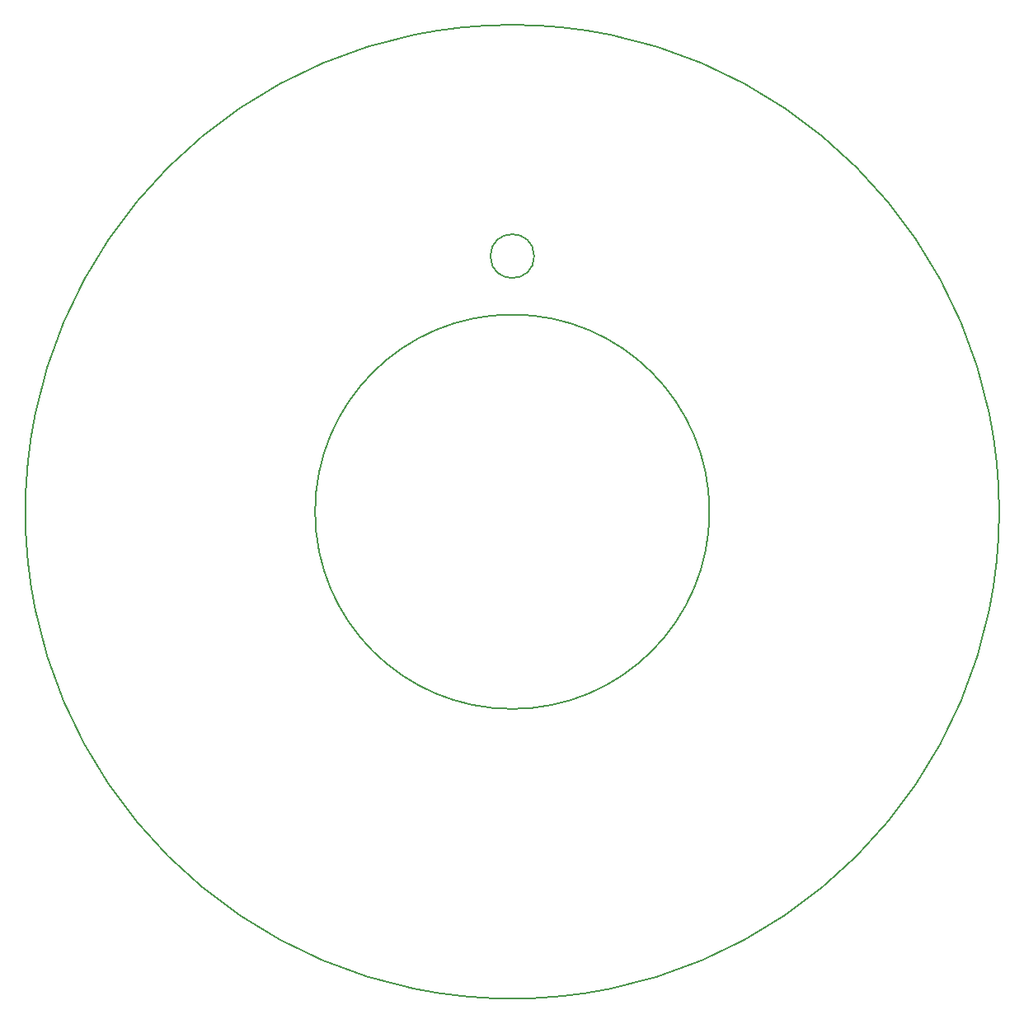
<source format=gbr>
%FSLAX34Y34*%
G04 Gerber Fmt 3.4, Leading zero omitted, Abs format*
G04 (created by PCBNEW (2014-06-29 BZR 4957)-product) date Tue 08 Jul 2014 04:48:14 PM CEST*
%MOIN*%
G01*
G70*
G90*
G04 APERTURE LIST*
%ADD10C,0.003937*%
%ADD11C,0.007874*%
G04 APERTURE END LIST*
G54D10*
G54D11*
X78740Y-37401D02*
G75*
G03X78740Y-37401I-19685J0D01*
G74*
G01*
X59940Y-27066D02*
G75*
G03X59940Y-27066I-885J0D01*
G74*
G01*
X67027Y-37401D02*
G75*
G03X67027Y-37401I-7972J0D01*
G74*
G01*
M02*

</source>
